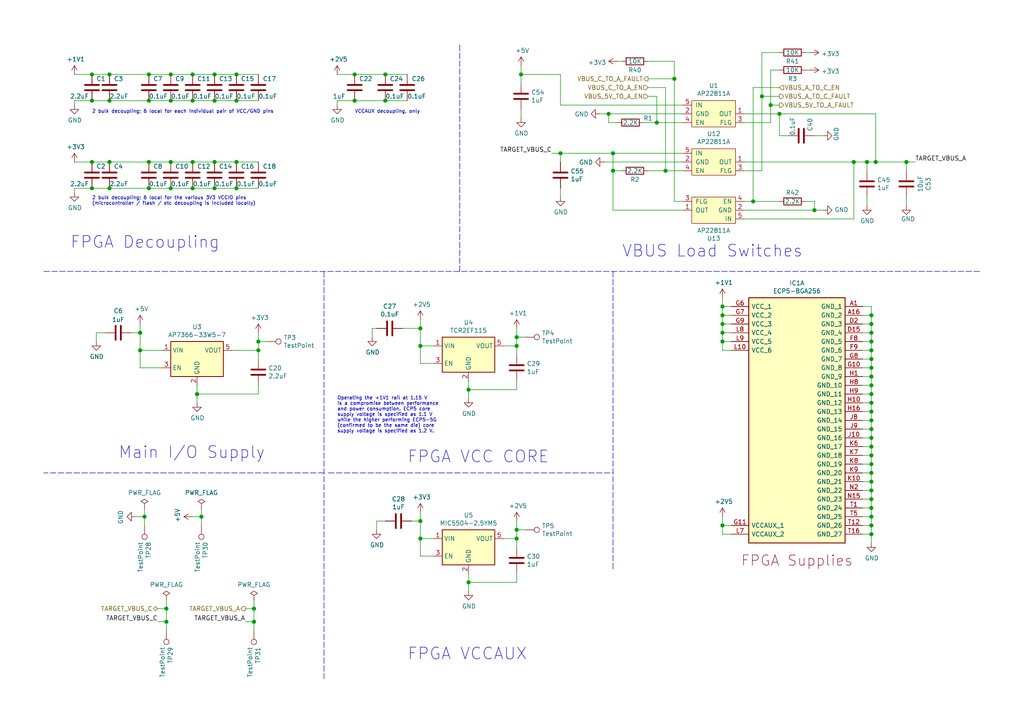
<source format=kicad_sch>
(kicad_sch (version 20210621) (generator eeschema)
  (paper "A4")
  (title_block (title "LUNA: Power Supplies") (date "2021-03-10") (rev "r0") (company "Copyright 2019-2021 Great Scott Gadgets") (comment 1 "Katherine J. Temkin") (comment 3 "Licensed under the CERN-OHL-P v2"))
  (junction (at 26.67 21.59) (diameter 1.016))
  (junction (at 26.67 29.21) (diameter 1.016))
  (junction (at 26.67 46.99) (diameter 1.016))
  (junction (at 26.67 54.61) (diameter 1.016))
  (junction (at 31.75 21.59) (diameter 1.016))
  (junction (at 31.75 29.21) (diameter 1.016))
  (junction (at 31.75 46.99) (diameter 1.016))
  (junction (at 31.75 54.61) (diameter 1.016))
  (junction (at 40.64 96.52) (diameter 1.016))
  (junction (at 40.64 101.6) (diameter 1.016))
  (junction (at 41.91 149.86) (diameter 1.016))
  (junction (at 43.18 21.59) (diameter 1.016))
  (junction (at 43.18 29.21) (diameter 1.016))
  (junction (at 43.18 46.99) (diameter 1.016))
  (junction (at 43.18 54.61) (diameter 1.016))
  (junction (at 48.26 176.53) (diameter 1.016))
  (junction (at 48.26 180.34) (diameter 1.016))
  (junction (at 49.53 21.59) (diameter 1.016))
  (junction (at 49.53 29.21) (diameter 1.016))
  (junction (at 49.53 46.99) (diameter 1.016))
  (junction (at 49.53 54.61) (diameter 1.016))
  (junction (at 55.88 21.59) (diameter 1.016))
  (junction (at 55.88 29.21) (diameter 1.016))
  (junction (at 55.88 46.99) (diameter 1.016))
  (junction (at 55.88 54.61) (diameter 1.016))
  (junction (at 57.15 114.3) (diameter 1.016))
  (junction (at 58.42 149.86) (diameter 1.016))
  (junction (at 62.23 21.59) (diameter 1.016))
  (junction (at 62.23 29.21) (diameter 1.016))
  (junction (at 62.23 46.99) (diameter 1.016))
  (junction (at 62.23 54.61) (diameter 1.016))
  (junction (at 68.58 21.59) (diameter 1.016))
  (junction (at 68.58 29.21) (diameter 1.016))
  (junction (at 68.58 46.99) (diameter 1.016))
  (junction (at 68.58 54.61) (diameter 1.016))
  (junction (at 73.66 176.53) (diameter 1.016))
  (junction (at 73.66 180.34) (diameter 1.016))
  (junction (at 74.93 99.06) (diameter 1.016))
  (junction (at 74.93 101.6) (diameter 1.016))
  (junction (at 102.87 21.59) (diameter 1.016))
  (junction (at 102.87 29.21) (diameter 1.016))
  (junction (at 111.76 21.59) (diameter 1.016))
  (junction (at 111.76 29.21) (diameter 1.016))
  (junction (at 121.92 95.25) (diameter 1.016))
  (junction (at 121.92 100.33) (diameter 1.016))
  (junction (at 121.92 151.13) (diameter 1.016))
  (junction (at 121.92 156.21) (diameter 1.016))
  (junction (at 135.89 113.03) (diameter 1.016))
  (junction (at 135.89 168.91) (diameter 1.016))
  (junction (at 149.86 97.79) (diameter 1.016))
  (junction (at 149.86 100.33) (diameter 1.016))
  (junction (at 149.86 153.67) (diameter 1.016))
  (junction (at 149.86 156.21) (diameter 1.016))
  (junction (at 151.13 21.59) (diameter 1.016))
  (junction (at 162.56 44.45) (diameter 1.016))
  (junction (at 176.53 33.02) (diameter 1.016))
  (junction (at 177.8 44.45) (diameter 1.016))
  (junction (at 177.8 49.53) (diameter 1.016))
  (junction (at 190.5 35.56) (diameter 1.016))
  (junction (at 193.04 49.53) (diameter 1.016))
  (junction (at 195.58 22.86) (diameter 1.016))
  (junction (at 209.55 88.9) (diameter 1.016))
  (junction (at 209.55 91.44) (diameter 1.016))
  (junction (at 209.55 93.98) (diameter 1.016))
  (junction (at 209.55 96.52) (diameter 1.016))
  (junction (at 209.55 99.06) (diameter 1.016))
  (junction (at 209.55 152.4) (diameter 1.016))
  (junction (at 218.44 58.42) (diameter 1.016))
  (junction (at 220.98 27.94) (diameter 1.016))
  (junction (at 223.52 30.48) (diameter 1.016))
  (junction (at 226.06 33.02) (diameter 1.016))
  (junction (at 236.22 60.96) (diameter 1.016))
  (junction (at 247.65 46.99) (diameter 1.016))
  (junction (at 251.46 46.99) (diameter 1.016))
  (junction (at 252.73 91.44) (diameter 1.016))
  (junction (at 252.73 93.98) (diameter 1.016))
  (junction (at 252.73 96.52) (diameter 1.016))
  (junction (at 252.73 99.06) (diameter 1.016))
  (junction (at 252.73 101.6) (diameter 1.016))
  (junction (at 252.73 104.14) (diameter 1.016))
  (junction (at 252.73 106.68) (diameter 1.016))
  (junction (at 252.73 109.22) (diameter 1.016))
  (junction (at 252.73 111.76) (diameter 1.016))
  (junction (at 252.73 114.3) (diameter 1.016))
  (junction (at 252.73 116.84) (diameter 1.016))
  (junction (at 252.73 119.38) (diameter 1.016))
  (junction (at 252.73 121.92) (diameter 1.016))
  (junction (at 252.73 124.46) (diameter 1.016))
  (junction (at 252.73 127) (diameter 1.016))
  (junction (at 252.73 129.54) (diameter 1.016))
  (junction (at 252.73 132.08) (diameter 1.016))
  (junction (at 252.73 134.62) (diameter 1.016))
  (junction (at 252.73 137.16) (diameter 1.016))
  (junction (at 252.73 139.7) (diameter 1.016))
  (junction (at 252.73 142.24) (diameter 1.016))
  (junction (at 252.73 144.78) (diameter 1.016))
  (junction (at 252.73 147.32) (diameter 1.016))
  (junction (at 252.73 149.86) (diameter 1.016))
  (junction (at 252.73 152.4) (diameter 1.016))
  (junction (at 252.73 154.94) (diameter 1.016))
  (junction (at 254 46.99) (diameter 1.016))
  (junction (at 262.89 46.99) (diameter 1.016))
  (wire (pts (xy 21.59 21.59) (xy 26.67 21.59)))
  (wire (pts (xy 21.59 29.21) (xy 21.59 30.48)))
  (wire (pts (xy 21.59 46.99) (xy 26.67 46.99)))
  (wire (pts (xy 21.59 54.61) (xy 21.59 55.88)))
  (wire (pts (xy 26.67 21.59) (xy 31.75 21.59)))
  (wire (pts (xy 26.67 29.21) (xy 21.59 29.21)))
  (wire (pts (xy 26.67 46.99) (xy 31.75 46.99)))
  (wire (pts (xy 26.67 54.61) (xy 21.59 54.61)))
  (wire (pts (xy 27.94 96.52) (xy 27.94 99.06)))
  (wire (pts (xy 27.94 96.52) (xy 30.48 96.52)))
  (wire (pts (xy 31.75 21.59) (xy 43.18 21.59)))
  (wire (pts (xy 31.75 29.21) (xy 26.67 29.21)))
  (wire (pts (xy 31.75 29.21) (xy 43.18 29.21)))
  (wire (pts (xy 31.75 46.99) (xy 43.18 46.99)))
  (wire (pts (xy 31.75 54.61) (xy 26.67 54.61)))
  (wire (pts (xy 31.75 54.61) (xy 43.18 54.61)))
  (wire (pts (xy 38.1 96.52) (xy 40.64 96.52)))
  (wire (pts (xy 39.37 149.86) (xy 41.91 149.86)))
  (wire (pts (xy 40.64 93.98) (xy 40.64 96.52)))
  (wire (pts (xy 40.64 96.52) (xy 40.64 101.6)))
  (wire (pts (xy 40.64 101.6) (xy 46.99 101.6)))
  (wire (pts (xy 40.64 106.68) (xy 40.64 101.6)))
  (wire (pts (xy 41.91 149.86) (xy 41.91 147.32)))
  (wire (pts (xy 41.91 152.4) (xy 41.91 149.86)))
  (wire (pts (xy 43.18 21.59) (xy 49.53 21.59)))
  (wire (pts (xy 43.18 46.99) (xy 49.53 46.99)))
  (wire (pts (xy 45.72 176.53) (xy 48.26 176.53)))
  (wire (pts (xy 45.72 180.34) (xy 48.26 180.34)))
  (wire (pts (xy 46.99 106.68) (xy 40.64 106.68)))
  (wire (pts (xy 48.26 176.53) (xy 48.26 173.99)))
  (wire (pts (xy 48.26 176.53) (xy 48.26 180.34)))
  (wire (pts (xy 48.26 180.34) (xy 48.26 182.88)))
  (wire (pts (xy 49.53 21.59) (xy 55.88 21.59)))
  (wire (pts (xy 49.53 29.21) (xy 43.18 29.21)))
  (wire (pts (xy 49.53 46.99) (xy 55.88 46.99)))
  (wire (pts (xy 49.53 54.61) (xy 43.18 54.61)))
  (wire (pts (xy 55.88 21.59) (xy 62.23 21.59)))
  (wire (pts (xy 55.88 29.21) (xy 49.53 29.21)))
  (wire (pts (xy 55.88 46.99) (xy 62.23 46.99)))
  (wire (pts (xy 55.88 54.61) (xy 49.53 54.61)))
  (wire (pts (xy 55.88 149.86) (xy 58.42 149.86)))
  (wire (pts (xy 57.15 111.76) (xy 57.15 114.3)))
  (wire (pts (xy 57.15 114.3) (xy 57.15 116.84)))
  (wire (pts (xy 58.42 149.86) (xy 58.42 147.32)))
  (wire (pts (xy 58.42 152.4) (xy 58.42 149.86)))
  (wire (pts (xy 62.23 21.59) (xy 68.58 21.59)))
  (wire (pts (xy 62.23 29.21) (xy 55.88 29.21)))
  (wire (pts (xy 62.23 46.99) (xy 68.58 46.99)))
  (wire (pts (xy 62.23 54.61) (xy 55.88 54.61)))
  (wire (pts (xy 67.31 101.6) (xy 74.93 101.6)))
  (wire (pts (xy 68.58 21.59) (xy 74.93 21.59)))
  (wire (pts (xy 68.58 29.21) (xy 62.23 29.21)))
  (wire (pts (xy 68.58 46.99) (xy 74.93 46.99)))
  (wire (pts (xy 68.58 54.61) (xy 62.23 54.61)))
  (wire (pts (xy 71.12 176.53) (xy 73.66 176.53)))
  (wire (pts (xy 71.12 180.34) (xy 73.66 180.34)))
  (wire (pts (xy 73.66 176.53) (xy 73.66 173.99)))
  (wire (pts (xy 73.66 176.53) (xy 73.66 180.34)))
  (wire (pts (xy 73.66 180.34) (xy 73.66 182.88)))
  (wire (pts (xy 74.93 29.21) (xy 68.58 29.21)))
  (wire (pts (xy 74.93 54.61) (xy 68.58 54.61)))
  (wire (pts (xy 74.93 96.52) (xy 74.93 99.06)))
  (wire (pts (xy 74.93 99.06) (xy 74.93 101.6)))
  (wire (pts (xy 74.93 101.6) (xy 74.93 104.14)))
  (wire (pts (xy 74.93 111.76) (xy 74.93 114.3)))
  (wire (pts (xy 74.93 114.3) (xy 57.15 114.3)))
  (wire (pts (xy 77.47 99.06) (xy 74.93 99.06)))
  (wire (pts (xy 97.79 21.59) (xy 102.87 21.59)))
  (wire (pts (xy 97.79 29.21) (xy 97.79 30.48)))
  (wire (pts (xy 102.87 21.59) (xy 111.76 21.59)))
  (wire (pts (xy 102.87 29.21) (xy 97.79 29.21)))
  (wire (pts (xy 102.87 29.21) (xy 111.76 29.21)))
  (wire (pts (xy 107.95 95.25) (xy 109.22 95.25)))
  (wire (pts (xy 107.95 97.79) (xy 107.95 95.25)))
  (wire (pts (xy 109.22 151.13) (xy 111.76 151.13)))
  (wire (pts (xy 109.22 153.67) (xy 109.22 151.13)))
  (wire (pts (xy 111.76 21.59) (xy 118.11 21.59)))
  (wire (pts (xy 116.84 95.25) (xy 121.92 95.25)))
  (wire (pts (xy 118.11 29.21) (xy 111.76 29.21)))
  (wire (pts (xy 119.38 151.13) (xy 121.92 151.13)))
  (wire (pts (xy 121.92 92.71) (xy 121.92 95.25)))
  (wire (pts (xy 121.92 95.25) (xy 121.92 100.33)))
  (wire (pts (xy 121.92 100.33) (xy 121.92 105.41)))
  (wire (pts (xy 121.92 105.41) (xy 125.73 105.41)))
  (wire (pts (xy 121.92 148.59) (xy 121.92 151.13)))
  (wire (pts (xy 121.92 151.13) (xy 121.92 156.21)))
  (wire (pts (xy 121.92 156.21) (xy 121.92 161.29)))
  (wire (pts (xy 121.92 161.29) (xy 125.73 161.29)))
  (wire (pts (xy 125.73 100.33) (xy 121.92 100.33)))
  (wire (pts (xy 125.73 156.21) (xy 121.92 156.21)))
  (wire (pts (xy 135.89 110.49) (xy 135.89 113.03)))
  (wire (pts (xy 135.89 113.03) (xy 135.89 115.57)))
  (wire (pts (xy 135.89 166.37) (xy 135.89 168.91)))
  (wire (pts (xy 135.89 168.91) (xy 135.89 171.45)))
  (wire (pts (xy 146.05 100.33) (xy 149.86 100.33)))
  (wire (pts (xy 146.05 156.21) (xy 149.86 156.21)))
  (wire (pts (xy 149.86 95.25) (xy 149.86 97.79)))
  (wire (pts (xy 149.86 97.79) (xy 149.86 100.33)))
  (wire (pts (xy 149.86 97.79) (xy 152.4 97.79)))
  (wire (pts (xy 149.86 100.33) (xy 149.86 102.87)))
  (wire (pts (xy 149.86 110.49) (xy 149.86 113.03)))
  (wire (pts (xy 149.86 113.03) (xy 135.89 113.03)))
  (wire (pts (xy 149.86 151.13) (xy 149.86 153.67)))
  (wire (pts (xy 149.86 153.67) (xy 149.86 156.21)))
  (wire (pts (xy 149.86 158.75) (xy 149.86 156.21)))
  (wire (pts (xy 149.86 166.37) (xy 149.86 168.91)))
  (wire (pts (xy 149.86 168.91) (xy 135.89 168.91)))
  (wire (pts (xy 151.13 19.05) (xy 151.13 21.59)))
  (wire (pts (xy 151.13 21.59) (xy 151.13 24.13)))
  (wire (pts (xy 151.13 21.59) (xy 162.56 21.59)))
  (wire (pts (xy 151.13 34.29) (xy 151.13 31.75)))
  (wire (pts (xy 152.4 153.67) (xy 149.86 153.67)))
  (wire (pts (xy 160.02 44.45) (xy 162.56 44.45)))
  (wire (pts (xy 162.56 21.59) (xy 162.56 30.48)))
  (wire (pts (xy 162.56 30.48) (xy 198.12 30.48)))
  (wire (pts (xy 162.56 44.45) (xy 177.8 44.45)))
  (wire (pts (xy 162.56 46.99) (xy 162.56 44.45)))
  (wire (pts (xy 162.56 57.15) (xy 162.56 54.61)))
  (wire (pts (xy 173.99 33.02) (xy 176.53 33.02)))
  (wire (pts (xy 175.26 46.99) (xy 198.12 46.99)))
  (wire (pts (xy 176.53 33.02) (xy 198.12 33.02)))
  (wire (pts (xy 176.53 35.56) (xy 176.53 33.02)))
  (wire (pts (xy 177.8 44.45) (xy 177.8 49.53)))
  (wire (pts (xy 177.8 44.45) (xy 198.12 44.45)))
  (wire (pts (xy 177.8 49.53) (xy 177.8 60.96)))
  (wire (pts (xy 177.8 60.96) (xy 198.12 60.96)))
  (wire (pts (xy 179.07 17.78) (xy 180.34 17.78)))
  (wire (pts (xy 179.07 35.56) (xy 176.53 35.56)))
  (wire (pts (xy 180.34 49.53) (xy 177.8 49.53)))
  (wire (pts (xy 186.69 35.56) (xy 190.5 35.56)))
  (wire (pts (xy 187.96 25.4) (xy 193.04 25.4)))
  (wire (pts (xy 187.96 27.94) (xy 190.5 27.94)))
  (wire (pts (xy 190.5 35.56) (xy 190.5 27.94)))
  (wire (pts (xy 190.5 35.56) (xy 198.12 35.56)))
  (wire (pts (xy 193.04 49.53) (xy 187.96 49.53)))
  (wire (pts (xy 193.04 49.53) (xy 193.04 25.4)))
  (wire (pts (xy 195.58 17.78) (xy 187.96 17.78)))
  (wire (pts (xy 195.58 17.78) (xy 195.58 22.86)))
  (wire (pts (xy 195.58 22.86) (xy 187.96 22.86)))
  (wire (pts (xy 195.58 58.42) (xy 195.58 22.86)))
  (wire (pts (xy 198.12 49.53) (xy 193.04 49.53)))
  (wire (pts (xy 198.12 58.42) (xy 195.58 58.42)))
  (wire (pts (xy 209.55 86.36) (xy 209.55 88.9)))
  (wire (pts (xy 209.55 88.9) (xy 209.55 91.44)))
  (wire (pts (xy 209.55 91.44) (xy 209.55 93.98)))
  (wire (pts (xy 209.55 93.98) (xy 209.55 96.52)))
  (wire (pts (xy 209.55 96.52) (xy 209.55 99.06)))
  (wire (pts (xy 209.55 99.06) (xy 209.55 101.6)))
  (wire (pts (xy 209.55 101.6) (xy 212.09 101.6)))
  (wire (pts (xy 209.55 149.86) (xy 209.55 152.4)))
  (wire (pts (xy 209.55 154.94) (xy 209.55 152.4)))
  (wire (pts (xy 212.09 88.9) (xy 209.55 88.9)))
  (wire (pts (xy 212.09 91.44) (xy 209.55 91.44)))
  (wire (pts (xy 212.09 93.98) (xy 209.55 93.98)))
  (wire (pts (xy 212.09 96.52) (xy 209.55 96.52)))
  (wire (pts (xy 212.09 99.06) (xy 209.55 99.06)))
  (wire (pts (xy 212.09 152.4) (xy 209.55 152.4)))
  (wire (pts (xy 212.09 154.94) (xy 209.55 154.94)))
  (wire (pts (xy 215.9 33.02) (xy 226.06 33.02)))
  (wire (pts (xy 215.9 35.56) (xy 223.52 35.56)))
  (wire (pts (xy 215.9 46.99) (xy 247.65 46.99)))
  (wire (pts (xy 215.9 49.53) (xy 220.98 49.53)))
  (wire (pts (xy 215.9 58.42) (xy 218.44 58.42)))
  (wire (pts (xy 218.44 25.4) (xy 226.06 25.4)))
  (wire (pts (xy 218.44 58.42) (xy 218.44 25.4)))
  (wire (pts (xy 218.44 58.42) (xy 226.06 58.42)))
  (wire (pts (xy 220.98 15.24) (xy 226.06 15.24)))
  (wire (pts (xy 220.98 27.94) (xy 220.98 15.24)))
  (wire (pts (xy 220.98 27.94) (xy 226.06 27.94)))
  (wire (pts (xy 220.98 49.53) (xy 220.98 27.94)))
  (wire (pts (xy 223.52 20.32) (xy 226.06 20.32)))
  (wire (pts (xy 223.52 30.48) (xy 223.52 20.32)))
  (wire (pts (xy 223.52 30.48) (xy 226.06 30.48)))
  (wire (pts (xy 223.52 35.56) (xy 223.52 30.48)))
  (wire (pts (xy 226.06 33.02) (xy 254 33.02)))
  (wire (pts (xy 226.06 39.37) (xy 226.06 33.02)))
  (wire (pts (xy 226.06 39.37) (xy 228.6 39.37)))
  (wire (pts (xy 233.68 58.42) (xy 236.22 58.42)))
  (wire (pts (xy 234.95 15.24) (xy 233.68 15.24)))
  (wire (pts (xy 234.95 20.32) (xy 233.68 20.32)))
  (wire (pts (xy 236.22 39.37) (xy 238.76 39.37)))
  (wire (pts (xy 236.22 58.42) (xy 236.22 60.96)))
  (wire (pts (xy 236.22 60.96) (xy 215.9 60.96)))
  (wire (pts (xy 238.76 60.96) (xy 236.22 60.96)))
  (wire (pts (xy 247.65 46.99) (xy 247.65 63.5)))
  (wire (pts (xy 247.65 46.99) (xy 251.46 46.99)))
  (wire (pts (xy 247.65 63.5) (xy 215.9 63.5)))
  (wire (pts (xy 250.19 88.9) (xy 252.73 88.9)))
  (wire (pts (xy 250.19 91.44) (xy 252.73 91.44)))
  (wire (pts (xy 250.19 93.98) (xy 252.73 93.98)))
  (wire (pts (xy 250.19 96.52) (xy 252.73 96.52)))
  (wire (pts (xy 250.19 99.06) (xy 252.73 99.06)))
  (wire (pts (xy 250.19 101.6) (xy 252.73 101.6)))
  (wire (pts (xy 250.19 104.14) (xy 252.73 104.14)))
  (wire (pts (xy 250.19 106.68) (xy 252.73 106.68)))
  (wire (pts (xy 250.19 109.22) (xy 252.73 109.22)))
  (wire (pts (xy 250.19 111.76) (xy 252.73 111.76)))
  (wire (pts (xy 250.19 114.3) (xy 252.73 114.3)))
  (wire (pts (xy 250.19 116.84) (xy 252.73 116.84)))
  (wire (pts (xy 250.19 119.38) (xy 252.73 119.38)))
  (wire (pts (xy 250.19 121.92) (xy 252.73 121.92)))
  (wire (pts (xy 250.19 124.46) (xy 252.73 124.46)))
  (wire (pts (xy 250.19 127) (xy 252.73 127)))
  (wire (pts (xy 250.19 129.54) (xy 252.73 129.54)))
  (wire (pts (xy 250.19 132.08) (xy 252.73 132.08)))
  (wire (pts (xy 250.19 134.62) (xy 252.73 134.62)))
  (wire (pts (xy 250.19 137.16) (xy 252.73 137.16)))
  (wire (pts (xy 250.19 139.7) (xy 252.73 139.7)))
  (wire (pts (xy 250.19 142.24) (xy 252.73 142.24)))
  (wire (pts (xy 250.19 144.78) (xy 252.73 144.78)))
  (wire (pts (xy 250.19 147.32) (xy 252.73 147.32)))
  (wire (pts (xy 250.19 149.86) (xy 252.73 149.86)))
  (wire (pts (xy 250.19 152.4) (xy 252.73 152.4)))
  (wire (pts (xy 250.19 154.94) (xy 252.73 154.94)))
  (wire (pts (xy 251.46 46.99) (xy 254 46.99)))
  (wire (pts (xy 251.46 49.53) (xy 251.46 46.99)))
  (wire (pts (xy 251.46 59.69) (xy 251.46 57.15)))
  (wire (pts (xy 252.73 88.9) (xy 252.73 91.44)))
  (wire (pts (xy 252.73 91.44) (xy 252.73 93.98)))
  (wire (pts (xy 252.73 93.98) (xy 252.73 96.52)))
  (wire (pts (xy 252.73 96.52) (xy 252.73 99.06)))
  (wire (pts (xy 252.73 99.06) (xy 252.73 101.6)))
  (wire (pts (xy 252.73 101.6) (xy 252.73 104.14)))
  (wire (pts (xy 252.73 104.14) (xy 252.73 106.68)))
  (wire (pts (xy 252.73 106.68) (xy 252.73 109.22)))
  (wire (pts (xy 252.73 109.22) (xy 252.73 111.76)))
  (wire (pts (xy 252.73 111.76) (xy 252.73 114.3)))
  (wire (pts (xy 252.73 114.3) (xy 252.73 116.84)))
  (wire (pts (xy 252.73 116.84) (xy 252.73 119.38)))
  (wire (pts (xy 252.73 119.38) (xy 252.73 121.92)))
  (wire (pts (xy 252.73 121.92) (xy 252.73 124.46)))
  (wire (pts (xy 252.73 124.46) (xy 252.73 127)))
  (wire (pts (xy 252.73 127) (xy 252.73 129.54)))
  (wire (pts (xy 252.73 129.54) (xy 252.73 132.08)))
  (wire (pts (xy 252.73 132.08) (xy 252.73 134.62)))
  (wire (pts (xy 252.73 134.62) (xy 252.73 137.16)))
  (wire (pts (xy 252.73 137.16) (xy 252.73 139.7)))
  (wire (pts (xy 252.73 139.7) (xy 252.73 142.24)))
  (wire (pts (xy 252.73 142.24) (xy 252.73 144.78)))
  (wire (pts (xy 252.73 144.78) (xy 252.73 147.32)))
  (wire (pts (xy 252.73 147.32) (xy 252.73 149.86)))
  (wire (pts (xy 252.73 149.86) (xy 252.73 152.4)))
  (wire (pts (xy 252.73 152.4) (xy 252.73 154.94)))
  (wire (pts (xy 252.73 154.94) (xy 252.73 157.48)))
  (wire (pts (xy 254 33.02) (xy 254 46.99)))
  (wire (pts (xy 254 46.99) (xy 262.89 46.99)))
  (wire (pts (xy 262.89 46.99) (xy 262.89 49.53)))
  (wire (pts (xy 262.89 57.15) (xy 262.89 59.69)))
  (wire (pts (xy 265.43 46.99) (xy 262.89 46.99)))
  (polyline (pts (xy 12.7 78.74) (xy 284.48 78.74)) (stroke (width 0) (type dash)))
  (polyline (pts (xy 93.98 78.74) (xy 93.98 196.85)) (stroke (width 0) (type dash)))
  (polyline (pts (xy 93.98 137.16) (xy 12.7 137.16)) (stroke (width 0) (type dash)))
  (polyline (pts (xy 95.25 137.16) (xy 177.8 137.16)) (stroke (width 0) (type dash)))
  (polyline (pts (xy 133.35 78.74) (xy 133.35 12.7)) (stroke (width 0) (type dash)))
  (polyline (pts (xy 177.8 78.74) (xy 177.8 165.1)) (stroke (width 0) (type dash)))
  (text "FPGA Decoupling" (at 20.32 72.39 0) (effects (font (size 3.4036 3.4036)) (justify left bottom)))
  (text "2 bulk decoupling; 6 local for each individual pair of VCC/GND pins" (at 26.67 33.02 0) (effects (font (size 0.9906 0.9906)) (justify left bottom)))
  (text "2 bulk decoupling; 6 local for the various 3V3 VCCIO pins\n(microcontroller / flash / etc decoupling is included locally)" (at 26.67 59.69 0) (effects (font (size 0.9906 0.9906)) (justify left bottom)))
  (text "Main I/O Supply" (at 34.29 133.35 0) (effects (font (size 3.4036 3.4036)) (justify left bottom)))
  (text "Operating the +1V1 rail at 1.15 V\nis a compromise between performance\nand power consumption. ECP5 core\nsupply voltage is specified as 1.1 V\nwhile the higher performing ECP5-5G\n(confirmed to be the same die) core\nsupply voltage is specified as 1.2 V.\n" (at 97.79 125.73 0) (effects (font (size 0.9906 0.9906)) (justify left bottom)))
  (text "VCCAUX decoupling, only" (at 102.87 33.02 0) (effects (font (size 0.9906 0.9906)) (justify left bottom)))
  (text "FPGA VCC CORE" (at 118.11 134.62 0) (effects (font (size 3.4036 3.4036)) (justify left bottom)))
  (text "FPGA VCCAUX" (at 118.11 191.77 0) (effects (font (size 3.4036 3.4036)) (justify left bottom)))
  (text "VBUS Load Switches" (at 180.34 74.93 0) (effects (font (size 3.4036 3.4036)) (justify left bottom)))
  (label "TARGET_VBUS_C" (at 45.72 180.34 180))
  (label "TARGET_VBUS_A" (at 71.12 180.34 180))
  (label "TARGET_VBUS_C" (at 160.02 44.45 180))
  (label "TARGET_VBUS_A" (at 265.43 46.99 0))
  (hierarchical_label "TARGET_VBUS_C" (shape bidirectional) (at 45.72 176.53 180))
  (hierarchical_label "TARGET_VBUS_A" (shape output) (at 71.12 176.53 180))
  (hierarchical_label "VBUS_C_TO_A_FAULT" (shape output) (at 187.96 22.86 180))
  (hierarchical_label "VBUS_C_TO_A_EN" (shape input) (at 187.96 25.4 180))
  (hierarchical_label "VBUS_5V_TO_A_EN" (shape input) (at 187.96 27.94 180))
  (hierarchical_label "VBUS_A_TO_C_EN" (shape input) (at 226.06 25.4 0))
  (hierarchical_label "VBUS_A_TO_C_FAULT" (shape output) (at 226.06 27.94 0))
  (hierarchical_label "VBUS_5V_TO_A_FAULT" (shape output) (at 226.06 30.48 0))
  (symbol (lib_id "power:+1V1") (at 21.59 21.59 0) (unit 1)
    (property "Reference" "#PWR012" (effects hide))
    (property "Value" "+1V1" (at 21.971 17.1958 0))
  )
  (symbol (lib_id "power:+3V3") (at 21.59 46.99 0) (unit 1)
    (property "Reference" "#PWR014" (effects hide))
    (property "Value" "+3V3" (at 21.971 42.5958 0))
  )
  (symbol (lib_id "power:+5V") (at 40.64 93.98 0) (unit 1)
    (property "Reference" "#PWR019" (effects hide))
    (property "Value" "+5V" (at 41.021 89.5858 0))
  )
  (symbol (lib_id "power:+5V") (at 55.88 149.86 90) (unit 1)
    (property "Reference" "#PWR0107" (effects hide))
    (property "Value" "+5V" (at 51.4858 149.479 0))
  )
  (symbol (lib_id "power:+3V3") (at 74.93 96.52 0) (unit 1)
    (property "Reference" "#PWR023" (effects hide))
    (property "Value" "+3V3" (at 75.311 92.1258 0))
  )
  (symbol (lib_id "power:+2V5") (at 97.79 21.59 0) (unit 1)
    (property "Reference" "#PWR026" (effects hide))
    (property "Value" "+2V5" (at 98.171 17.1958 0))
  )
  (symbol (lib_id "power:+2V5") (at 121.92 92.71 0) (unit 1)
    (property "Reference" "#PWR030" (effects hide))
    (property "Value" "+2V5" (at 122.301 88.3158 0))
  )
  (symbol (lib_id "power:+3V3") (at 121.92 148.59 0) (unit 1)
    (property "Reference" "#PWR031" (effects hide))
    (property "Value" "+3V3" (at 122.301 144.1958 0))
  )
  (symbol (lib_id "power:+1V1") (at 149.86 95.25 0) (unit 1)
    (property "Reference" "#PWR034" (effects hide))
    (property "Value" "+1V1" (at 150.241 90.8558 0))
  )
  (symbol (lib_id "power:+2V5") (at 149.86 151.13 0) (unit 1)
    (property "Reference" "#PWR035" (effects hide))
    (property "Value" "+2V5" (at 150.241 146.7358 0))
  )
  (symbol (lib_id "power:+5V") (at 151.13 19.05 0)
    (property "Reference" "#PWR03" (effects hide))
    (property "Value" "+5V" (at 151.4856 14.6558 0))
  )
  (symbol (lib_id "power:+3V3") (at 179.07 17.78 90) (mirror x)
    (property "Reference" "#PWR082" (effects hide))
    (property "Value" "+3V3" (at 175.8188 18.1356 90) (effects (justify left)))
  )
  (symbol (lib_id "power:+1V1") (at 209.55 86.36 0) (unit 1)
    (property "Reference" "#PWR036" (effects hide))
    (property "Value" "+1V1" (at 209.931 81.9658 0))
  )
  (symbol (lib_id "power:+2V5") (at 209.55 149.86 0) (unit 1)
    (property "Reference" "#PWR037" (effects hide))
    (property "Value" "+2V5" (at 209.931 145.4658 0))
  )
  (symbol (lib_id "power:+3V3") (at 234.95 15.24 270)
    (property "Reference" "#PWR099" (effects hide))
    (property "Value" "+3V3" (at 238.2012 15.5956 90) (effects (justify left)))
  )
  (symbol (lib_id "power:+3V3") (at 234.95 20.32 270)
    (property "Reference" "#PWR0100" (effects hide))
    (property "Value" "+3V3" (at 238.2012 20.6756 90) (effects (justify left)))
  )
  (symbol (lib_id "power:PWR_FLAG") (at 41.91 147.32 0) (unit 1)
    (property "Reference" "#FLG0101" (effects hide))
    (property "Value" "PWR_FLAG" (at 41.91 142.9258 0))
  )
  (symbol (lib_id "power:PWR_FLAG") (at 48.26 173.99 0) (unit 1)
    (property "Reference" "#FLG0104" (effects hide))
    (property "Value" "PWR_FLAG" (at 48.26 169.5958 0))
  )
  (symbol (lib_id "power:PWR_FLAG") (at 58.42 147.32 0) (unit 1)
    (property "Reference" "#FLG0102" (effects hide))
    (property "Value" "PWR_FLAG" (at 58.42 142.9258 0))
  )
  (symbol (lib_id "power:PWR_FLAG") (at 73.66 173.99 0) (unit 1)
    (property "Reference" "#FLG0103" (effects hide))
    (property "Value" "PWR_FLAG" (at 73.66 169.5958 0))
  )
  (symbol (lib_id "Connector:TestPoint") (at 41.91 152.4 180) (unit 1)
    (property "Reference" "TP28" (at 43.053 157.1498 90) (effects (justify left)))
    (property "Value" "TestPoint" (at 40.767 157.1498 90) (effects (justify left)))
    (property "Footprint" "TestPoint:TestPoint_Pad_D1.0mm" (effects hide))
    (property "Note" "DNP" (effects hide))
  )
  (symbol (lib_id "Connector:TestPoint") (at 48.26 182.88 180) (unit 1)
    (property "Reference" "TP29" (at 49.403 187.6298 90) (effects (justify left)))
    (property "Value" "TestPoint" (at 47.117 187.6298 90) (effects (justify left)))
    (property "Footprint" "TestPoint:TestPoint_Pad_D1.0mm" (effects hide))
    (property "Note" "DNP" (effects hide))
  )
  (symbol (lib_id "Connector:TestPoint") (at 58.42 152.4 180) (unit 1)
    (property "Reference" "TP30" (at 59.563 157.1498 90) (effects (justify left)))
    (property "Value" "TestPoint" (at 57.277 157.1498 90) (effects (justify left)))
    (property "Footprint" "TestPoint:TestPoint_Pad_D1.0mm" (effects hide))
    (property "Note" "DNP" (effects hide))
  )
  (symbol (lib_id "Connector:TestPoint") (at 73.66 182.88 180) (unit 1)
    (property "Reference" "TP31" (at 74.803 187.6298 90) (effects (justify left)))
    (property "Value" "TestPoint" (at 72.517 187.6298 90) (effects (justify left)))
    (property "Footprint" "TestPoint:TestPoint_Pad_D1.0mm" (effects hide))
    (property "Note" "DNP" (effects hide))
  )
  (symbol (lib_id "Connector:TestPoint") (at 77.47 99.06 270) (unit 1)
    (property "Reference" "TP3" (at 82.2198 97.917 90) (effects (justify left)))
    (property "Value" "TestPoint" (at 82.2198 100.203 90) (effects (justify left)))
    (property "Footprint" "TestPoint:TestPoint_Pad_D1.0mm" (effects hide))
    (property "Note" "DNP" (effects hide))
  )
  (symbol (lib_id "Connector:TestPoint") (at 152.4 97.79 270) (unit 1)
    (property "Reference" "TP4" (at 157.1498 96.647 90) (effects (justify left)))
    (property "Value" "TestPoint" (at 157.1498 98.933 90) (effects (justify left)))
    (property "Footprint" "TestPoint:TestPoint_Pad_D1.0mm" (effects hide))
    (property "Note" "DNP" (effects hide))
  )
  (symbol (lib_id "Connector:TestPoint") (at 152.4 153.67 270) (unit 1)
    (property "Reference" "TP5" (at 157.1498 152.527 90) (effects (justify left)))
    (property "Value" "TestPoint" (at 157.1498 154.813 90) (effects (justify left)))
    (property "Footprint" "TestPoint:TestPoint_Pad_D1.0mm" (effects hide))
    (property "Note" "DNP" (effects hide))
  )
  (symbol (lib_id "power:GND") (at 21.59 30.48 0) (unit 1)
    (property "Reference" "#PWR013" (effects hide))
    (property "Value" "GND" (at 21.717 34.8742 0))
  )
  (symbol (lib_id "power:GND") (at 21.59 55.88 0) (unit 1)
    (property "Reference" "#PWR015" (effects hide))
    (property "Value" "GND" (at 21.717 60.2742 0))
  )
  (symbol (lib_id "power:GND") (at 27.94 99.06 0) (unit 1)
    (property "Reference" "#PWR017" (effects hide))
    (property "Value" "GND" (at 28.067 103.4542 0))
  )
  (symbol (lib_id "power:GND") (at 39.37 149.86 270) (unit 1)
    (property "Reference" "#PWR0122" (effects hide))
    (property "Value" "GND" (at 34.9758 149.987 0))
  )
  (symbol (lib_id "power:GND") (at 57.15 116.84 0) (unit 1)
    (property "Reference" "#PWR021" (effects hide))
    (property "Value" "GND" (at 57.277 121.2342 0))
  )
  (symbol (lib_id "power:GND") (at 97.79 30.48 0) (unit 1)
    (property "Reference" "#PWR027" (effects hide))
    (property "Value" "GND" (at 97.917 34.8742 0))
  )
  (symbol (lib_id "power:GND") (at 107.95 97.79 0) (unit 1)
    (property "Reference" "#PWR028" (effects hide))
    (property "Value" "GND" (at 108.077 102.1842 0))
  )
  (symbol (lib_id "power:GND") (at 109.22 153.67 0) (unit 1)
    (property "Reference" "#PWR029" (effects hide))
    (property "Value" "GND" (at 109.347 158.0642 0))
  )
  (symbol (lib_id "power:GND") (at 135.89 115.57 0) (unit 1)
    (property "Reference" "#PWR032" (effects hide))
    (property "Value" "GND" (at 136.017 119.9642 0))
  )
  (symbol (lib_id "power:GND") (at 135.89 171.45 0) (unit 1)
    (property "Reference" "#PWR033" (effects hide))
    (property "Value" "GND" (at 136.017 175.8442 0))
  )
  (symbol (lib_id "power:GND") (at 151.13 34.29 0)
    (property "Reference" "#PWR04" (effects hide))
    (property "Value" "GND" (at 151.2316 38.6588 0))
  )
  (symbol (lib_id "power:GND") (at 162.56 57.15 0)
    (property "Reference" "#PWR07" (effects hide))
    (property "Value" "GND" (at 162.6616 61.5188 0))
  )
  (symbol (lib_id "power:GND") (at 173.99 33.02 270)
    (property "Reference" "#PWR042" (effects hide))
    (property "Value" "GND" (at 170.7388 33.1216 90) (effects (justify right)))
  )
  (symbol (lib_id "power:GND") (at 175.26 46.99 270)
    (property "Reference" "#PWR083" (effects hide))
    (property "Value" "GND" (at 172.0088 47.0916 90) (effects (justify right)))
  )
  (symbol (lib_id "power:GND") (at 238.76 39.37 90)
    (property "Reference" "#PWR0114" (effects hide))
    (property "Value" "GND" (at 242.57 36.83 0) (effects (justify right)))
  )
  (symbol (lib_id "power:GND") (at 238.76 60.96 90)
    (property "Reference" "#PWR0115" (effects hide))
    (property "Value" "GND" (at 242.0112 60.8584 90) (effects (justify right)))
  )
  (symbol (lib_id "power:GND") (at 251.46 59.69 0)
    (property "Reference" "#PWR0116" (effects hide))
    (property "Value" "GND" (at 251.5616 64.0588 0))
  )
  (symbol (lib_id "power:GND") (at 252.73 157.48 0) (unit 1)
    (property "Reference" "#PWR038" (effects hide))
    (property "Value" "GND" (at 252.857 161.8742 0))
  )
  (symbol (lib_id "power:GND") (at 262.89 59.69 0)
    (property "Reference" "#PWR0117" (effects hide))
    (property "Value" "GND" (at 265.43 63.5 0) (effects (justify right)))
  )
  (symbol (lib_id "Device:R") (at 182.88 35.56 90) (mirror x)
    (property "Reference" "R1" (at 187.96 34.29 90))
    (property "Value" "2.2K" (at 182.88 35.56 90))
    (property "Footprint" "Resistor_SMD:R_0402_1005Metric" (effects hide))
    (property "Part Number" "GENERIC-RES-0402-2.2K" (effects hide))
    (property "Substitution" "any equivalent" (effects hide))
  )
  (symbol (lib_id "Device:R") (at 184.15 17.78 90) (mirror x)
    (property "Reference" "R40" (at 184.15 20.32 90))
    (property "Value" "10K" (at 184.15 17.78 90))
    (property "Footprint" "Resistor_SMD:R_0402_1005Metric" (effects hide))
    (property "Part Number" "GENERIC-RES-0402-10K" (effects hide))
    (property "Substitution" "any equivalent" (effects hide))
  )
  (symbol (lib_id "Device:R") (at 184.15 49.53 270)
    (property "Reference" "R2" (at 184.15 52.07 90))
    (property "Value" "2.2K" (at 184.15 49.53 90))
    (property "Footprint" "Resistor_SMD:R_0402_1005Metric" (effects hide))
    (property "Part Number" "GENERIC-RES-0402-2.2K" (effects hide))
    (property "Substitution" "any equivalent" (effects hide))
  )
  (symbol (lib_id "Device:R") (at 229.87 15.24 270)
    (property "Reference" "R41" (at 229.87 17.78 90))
    (property "Value" "10K" (at 229.87 15.24 90))
    (property "Footprint" "Resistor_SMD:R_0402_1005Metric" (effects hide))
    (property "Part Number" "GENERIC-RES-0402-10K" (effects hide))
    (property "Substitution" "any equivalent" (effects hide))
  )
  (symbol (lib_id "Device:R") (at 229.87 20.32 270)
    (property "Reference" "R3" (at 229.87 22.86 90))
    (property "Value" "10K" (at 229.87 20.32 90))
    (property "Footprint" "Resistor_SMD:R_0402_1005Metric" (effects hide))
    (property "Part Number" "GENERIC-RES-0402-10K" (effects hide))
    (property "Substitution" "any equivalent" (effects hide))
  )
  (symbol (lib_id "Device:R") (at 229.87 58.42 270) (mirror x)
    (property "Reference" "R42" (at 229.87 55.88 90))
    (property "Value" "2.2K" (at 229.87 58.42 90))
    (property "Footprint" "Resistor_SMD:R_0402_1005Metric" (effects hide))
    (property "Part Number" "GENERIC-RES-0402-2.2K" (effects hide))
    (property "Substitution" "any equivalent" (effects hide))
  )
  (symbol (lib_id "Device:C") (at 26.67 25.4 0) (unit 1)
    (property "Reference" "C1" (at 27.94 22.86 0) (effects (justify left)))
    (property "Value" "2.2uF" (at 20.32 27.94 0) (effects (justify left)))
    (property "Footprint" "Capacitor_SMD:C_0603_1608Metric" (effects hide))
    (property "Description" "CAP CER 2.2UF 10V X5R 0603" (effects hide))
    (property "Manufacturer" "Samsung" (effects hide))
    (property "Part Number" "CL10A225KP8NNNC" (effects hide))
  )
  (symbol (lib_id "Device:C") (at 26.67 50.8 0) (unit 1)
    (property "Reference" "C2" (at 27.94 48.26 0) (effects (justify left)))
    (property "Value" "2.2uF" (at 20.32 53.34 0) (effects (justify left)))
    (property "Footprint" "Capacitor_SMD:C_0603_1608Metric" (effects hide))
    (property "Description" "CAP CER 2.2UF 10V X5R 0603" (effects hide))
    (property "Manufacturer" "Samsung" (effects hide))
    (property "Part Number" "CL10A225KP8NNNC" (effects hide))
  )
  (symbol (lib_id "Device:C") (at 31.75 25.4 0) (unit 1)
    (property "Reference" "C3" (at 33.02 22.86 0) (effects (justify left)))
    (property "Value" "2.2uF" (at 31.75 27.94 0) (effects (justify left)))
    (property "Footprint" "Capacitor_SMD:C_0603_1608Metric" (effects hide))
    (property "Description" "CAP CER 2.2UF 10V X5R 0603" (effects hide))
    (property "Manufacturer" "Samsung" (effects hide))
    (property "Part Number" "CL10A225KP8NNNC" (effects hide))
  )
  (symbol (lib_id "Device:C") (at 31.75 50.8 0) (unit 1)
    (property "Reference" "C4" (at 33.02 48.26 0) (effects (justify left)))
    (property "Value" "2.2uF" (at 31.75 53.34 0) (effects (justify left)))
    (property "Footprint" "Capacitor_SMD:C_0603_1608Metric" (effects hide))
    (property "Description" "CAP CER 2.2UF 10V X5R 0603" (effects hide))
    (property "Manufacturer" "Samsung" (effects hide))
    (property "Part Number" "CL10A225KP8NNNC" (effects hide))
  )
  (symbol (lib_id "Device:C") (at 34.29 96.52 270) (mirror x)
    (property "Reference" "C6" (at 34.29 90.17 90))
    (property "Value" "1uF" (at 34.29 92.71 90))
    (property "Footprint" "Capacitor_SMD:C_0603_1608Metric" (effects hide))
    (property "Part Number" "GENERIC-CAP-0603-1uF" (effects hide))
    (property "Substitution" "any equivalent" (effects hide))
  )
  (symbol (lib_id "Device:C") (at 43.18 25.4 0) (unit 1)
    (property "Reference" "C7" (at 44.45 22.86 0) (effects (justify left)))
    (property "Value" "0.1uF" (at 43.18 27.94 0) (effects (justify left)))
    (property "Footprint" "Capacitor_SMD:C_0402_1005Metric" (effects hide))
    (property "Part Number" "GENERIC-CAP-0402-0.1uF" (effects hide))
    (property "Substitution" "any equivalent" (effects hide))
  )
  (symbol (lib_id "Device:C") (at 43.18 50.8 0) (unit 1)
    (property "Reference" "C8" (at 44.45 48.26 0) (effects (justify left)))
    (property "Value" "0.1uF" (at 43.18 53.34 0) (effects (justify left)))
    (property "Footprint" "Capacitor_SMD:C_0402_1005Metric" (effects hide))
    (property "Part Number" "GENERIC-CAP-0402-0.1uF" (effects hide))
    (property "Substitution" "any equivalent" (effects hide))
  )
  (symbol (lib_id "Device:C") (at 49.53 25.4 0) (unit 1)
    (property "Reference" "C9" (at 50.8 22.86 0) (effects (justify left)))
    (property "Value" "0.1uF" (at 49.53 27.94 0) (effects (justify left)))
    (property "Footprint" "Capacitor_SMD:C_0402_1005Metric" (effects hide))
    (property "Part Number" "GENERIC-CAP-0402-0.1uF" (effects hide))
    (property "Substitution" "any equivalent" (effects hide))
  )
  (symbol (lib_id "Device:C") (at 49.53 50.8 0) (unit 1)
    (property "Reference" "C10" (at 50.8 48.26 0) (effects (justify left)))
    (property "Value" "0.1uF" (at 49.53 53.34 0) (effects (justify left)))
    (property "Footprint" "Capacitor_SMD:C_0402_1005Metric" (effects hide))
    (property "Part Number" "GENERIC-CAP-0402-0.1uF" (effects hide))
    (property "Substitution" "any equivalent" (effects hide))
  )
  (symbol (lib_id "Device:C") (at 55.88 25.4 0) (unit 1)
    (property "Reference" "C11" (at 57.15 22.86 0) (effects (justify left)))
    (property "Value" "0.1uF" (at 55.88 27.94 0) (effects (justify left)))
    (property "Footprint" "Capacitor_SMD:C_0402_1005Metric" (effects hide))
    (property "Part Number" "GENERIC-CAP-0402-0.1uF" (effects hide))
    (property "Substitution" "any equivalent" (effects hide))
  )
  (symbol (lib_id "Device:C") (at 55.88 50.8 0) (unit 1)
    (property "Reference" "C12" (at 57.15 48.26 0) (effects (justify left)))
    (property "Value" "0.1uF" (at 55.88 53.34 0) (effects (justify left)))
    (property "Footprint" "Capacitor_SMD:C_0402_1005Metric" (effects hide))
    (property "Part Number" "GENERIC-CAP-0402-0.1uF" (effects hide))
    (property "Substitution" "any equivalent" (effects hide))
  )
  (symbol (lib_id "Device:C") (at 62.23 25.4 0) (unit 1)
    (property "Reference" "C13" (at 63.5 22.86 0) (effects (justify left)))
    (property "Value" "0.1uF" (at 62.23 27.94 0) (effects (justify left)))
    (property "Footprint" "Capacitor_SMD:C_0402_1005Metric" (effects hide))
    (property "Part Number" "GENERIC-CAP-0402-0.1uF" (effects hide))
    (property "Substitution" "any equivalent" (effects hide))
  )
  (symbol (lib_id "Device:C") (at 62.23 50.8 0) (unit 1)
    (property "Reference" "C14" (at 63.5 48.26 0) (effects (justify left)))
    (property "Value" "0.1uF" (at 62.23 53.34 0) (effects (justify left)))
    (property "Footprint" "Capacitor_SMD:C_0402_1005Metric" (effects hide))
    (property "Part Number" "GENERIC-CAP-0402-0.1uF" (effects hide))
    (property "Substitution" "any equivalent" (effects hide))
  )
  (symbol (lib_id "Device:C") (at 68.58 25.4 0) (unit 1)
    (property "Reference" "C15" (at 69.85 22.86 0) (effects (justify left)))
    (property "Value" "0.1uF" (at 68.58 27.94 0) (effects (justify left)))
    (property "Footprint" "Capacitor_SMD:C_0402_1005Metric" (effects hide))
    (property "Part Number" "GENERIC-CAP-0402-0.1uF" (effects hide))
    (property "Substitution" "any equivalent" (effects hide))
  )
  (symbol (lib_id "Device:C") (at 68.58 50.8 0) (unit 1)
    (property "Reference" "C16" (at 69.85 48.26 0) (effects (justify left)))
    (property "Value" "0.1uF" (at 68.58 53.34 0) (effects (justify left)))
    (property "Footprint" "Capacitor_SMD:C_0402_1005Metric" (effects hide))
    (property "Part Number" "GENERIC-CAP-0402-0.1uF" (effects hide))
    (property "Substitution" "any equivalent" (effects hide))
  )
  (symbol (lib_id "Device:C") (at 74.93 25.4 0) (unit 1)
    (property "Reference" "C17" (at 76.2 22.86 0) (effects (justify left)))
    (property "Value" "0.1uF" (at 74.93 27.94 0) (effects (justify left)))
    (property "Footprint" "Capacitor_SMD:C_0402_1005Metric" (effects hide))
    (property "Part Number" "GENERIC-CAP-0402-0.1uF" (effects hide))
    (property "Substitution" "any equivalent" (effects hide))
  )
  (symbol (lib_id "Device:C") (at 74.93 50.8 0) (unit 1)
    (property "Reference" "C18" (at 76.2 48.26 0) (effects (justify left)))
    (property "Value" "0.1uF" (at 74.93 53.34 0) (effects (justify left)))
    (property "Footprint" "Capacitor_SMD:C_0402_1005Metric" (effects hide))
    (property "Part Number" "GENERIC-CAP-0402-0.1uF" (effects hide))
    (property "Substitution" "any equivalent" (effects hide))
  )
  (symbol (lib_id "Device:C") (at 74.93 107.95 0) (unit 1)
    (property "Reference" "C20" (at 77.851 106.7816 0) (effects (justify left)))
    (property "Value" "2.2uF" (at 77.851 109.093 0) (effects (justify left)))
    (property "Footprint" "Capacitor_SMD:C_0603_1608Metric" (effects hide))
    (property "Description" "CAP CER 2.2UF 10V X5R 0603" (effects hide))
    (property "Manufacturer" "Samsung" (effects hide))
    (property "Part Number" "CL10A225KP8NNNC" (effects hide))
  )
  (symbol (lib_id "Device:C") (at 102.87 25.4 0) (unit 1)
    (property "Reference" "C22" (at 104.14 22.86 0) (effects (justify left)))
    (property "Value" "1uF" (at 96.52 27.94 0) (effects (justify left)))
    (property "Footprint" "Capacitor_SMD:C_0603_1608Metric" (effects hide))
    (property "Part Number" "GENERIC-CAP-0603-1uF" (effects hide))
    (property "Substitution" "any equivalent" (effects hide))
  )
  (symbol (lib_id "Device:C") (at 111.76 25.4 0) (unit 1)
    (property "Reference" "C24" (at 113.03 22.86 0) (effects (justify left)))
    (property "Value" "0.1uF" (at 111.76 27.94 0) (effects (justify left)))
    (property "Footprint" "Capacitor_SMD:C_0402_1005Metric" (effects hide))
    (property "Part Number" "GENERIC-CAP-0402-0.1uF" (effects hide))
    (property "Substitution" "any equivalent" (effects hide))
  )
  (symbol (lib_id "Device:C") (at 113.03 95.25 270) (unit 1)
    (property "Reference" "C27" (at 113.03 88.8492 90))
    (property "Value" "0.1uF" (at 113.03 91.1606 90))
    (property "Footprint" "Capacitor_SMD:C_0402_1005Metric" (effects hide))
    (property "Part Number" "GENERIC-CAP-0402-0.1uF" (effects hide))
    (property "Substitution" "any equivalent" (effects hide))
  )
  (symbol (lib_id "Device:C") (at 115.57 151.13 270) (unit 1)
    (property "Reference" "C28" (at 115.57 144.7292 90))
    (property "Value" "1uF" (at 115.57 147.0406 90))
    (property "Footprint" "Capacitor_SMD:C_0603_1608Metric" (effects hide))
    (property "Part Number" "GENERIC-CAP-0603-1uF" (effects hide))
    (property "Substitution" "any equivalent" (effects hide))
  )
  (symbol (lib_id "Device:C") (at 118.11 25.4 0) (unit 1)
    (property "Reference" "C26" (at 119.38 22.86 0) (effects (justify left)))
    (property "Value" "0.1uF" (at 118.11 27.94 0) (effects (justify left)))
    (property "Footprint" "Capacitor_SMD:C_0402_1005Metric" (effects hide))
    (property "Part Number" "GENERIC-CAP-0402-0.1uF" (effects hide))
    (property "Substitution" "any equivalent" (effects hide))
  )
  (symbol (lib_id "Device:C") (at 149.86 106.68 0) (unit 1)
    (property "Reference" "C29" (at 152.781 105.5116 0) (effects (justify left)))
    (property "Value" "1uF" (at 152.781 107.823 0) (effects (justify left)))
    (property "Footprint" "Capacitor_SMD:C_0603_1608Metric" (effects hide))
    (property "Part Number" "GENERIC-CAP-0603-1uF" (effects hide))
    (property "Substitution" "any equivalent" (effects hide))
  )
  (symbol (lib_id "Device:C") (at 149.86 162.56 0) (unit 1)
    (property "Reference" "C30" (at 152.781 161.3916 0) (effects (justify left)))
    (property "Value" "1uF" (at 152.781 163.703 0) (effects (justify left)))
    (property "Footprint" "Capacitor_SMD:C_0603_1608Metric" (effects hide))
    (property "Part Number" "GENERIC-CAP-0603-1uF" (effects hide))
    (property "Substitution" "any equivalent" (effects hide))
  )
  (symbol (lib_id "Device:C") (at 151.13 27.94 0)
    (property "Reference" "C54" (at 154.051 26.797 0) (effects (justify left)))
    (property "Value" "1uF" (at 154.051 29.083 0) (effects (justify left)))
    (property "Footprint" "Capacitor_SMD:C_0603_1608Metric" (effects hide))
    (property "Part Number" "GENERIC-CAP-0603-1uF" (effects hide))
    (property "Substitution" "any equivalent" (effects hide))
  )
  (symbol (lib_id "Device:C") (at 162.56 50.8 0)
    (property "Reference" "C55" (at 165.481 49.657 0) (effects (justify left)))
    (property "Value" "1uF" (at 165.481 51.943 0) (effects (justify left)))
    (property "Footprint" "Capacitor_SMD:C_0603_1608Metric" (effects hide))
    (property "Part Number" "GENERIC-CAP-0603-1uF" (effects hide))
    (property "Substitution" "any equivalent" (effects hide))
  )
  (symbol (lib_id "Device:C") (at 232.41 39.37 270) (mirror x)
    (property "Reference" "C40" (at 234.95 38.1 0) (effects (justify left)))
    (property "Value" "0.1uF" (at 229.87 39.37 0) (effects (justify left)))
    (property "Footprint" "Capacitor_SMD:C_0402_1005Metric" (effects hide))
    (property "Part Number" "GENERIC-CAP-0402-0.1uF" (effects hide))
    (property "Substitution" "any equivalent" (effects hide))
  )
  (symbol (lib_id "Device:C") (at 251.46 53.34 0)
    (property "Reference" "C45" (at 254.381 52.197 0) (effects (justify left)))
    (property "Value" "1uF" (at 254.381 54.483 0) (effects (justify left)))
    (property "Footprint" "Capacitor_SMD:C_0603_1608Metric" (effects hide))
    (property "Part Number" "GENERIC-CAP-0603-1uF" (effects hide))
    (property "Substitution" "any equivalent" (effects hide))
  )
  (symbol (lib_id "Device:C") (at 262.89 53.34 180)
    (property "Reference" "C53" (at 269.24 53.34 90))
    (property "Value" "10uF" (at 266.954 53.34 90))
    (property "Footprint" "Capacitor_SMD:C_0805_2012Metric" (effects hide))
    (property "Description" "CAP CER 10UF 10V X5R 0805" (effects hide))
    (property "Manufacturer" "Taiyo Yuden" (effects hide))
    (property "Part Number" "LMK212ABJ106KGHT" (effects hide))
  )
  (symbol (lib_id "support_hardware:AP22804-SOT") (at 200.66 29.21 0)
    (property "Reference" "U1" (at 207.01 24.8412 0))
    (property "Value" "AP22811A" (at 207.01 27.1272 0))
    (property "Footprint" "Package_TO_SOT_SMD:SOT-23-5" (effects hide))
    (property "Description" "IC PWR SWITCH P-CHAN 1:1 SOT25" (effects hide))
    (property "Manufacturer" "Diodes Inc." (effects hide))
    (property "Part Number" "AP22811AW5-7" (effects hide))
    (property "Substitution" "AP22804AW5-7, AP22814AW5-7" (effects hide))
  )
  (symbol (lib_id "support_hardware:AP22804-SOT") (at 200.66 43.18 0)
    (property "Reference" "U12" (at 207.01 38.8112 0))
    (property "Value" "AP22811A" (at 207.01 41.0972 0))
    (property "Footprint" "Package_TO_SOT_SMD:SOT-23-5" (effects hide))
    (property "Description" "IC PWR SWITCH P-CHAN 1:1 SOT25" (effects hide))
    (property "Manufacturer" "Diodes Inc." (effects hide))
    (property "Part Number" "AP22811AW5-7" (effects hide))
    (property "Substitution" "AP22804AW5-7, AP22814AW5-7" (effects hide))
  )
  (symbol (lib_id "support_hardware:AP22804-SOT") (at 213.36 64.77 180)
    (property "Reference" "U13" (at 207.01 69.1388 0))
    (property "Value" "AP22811A" (at 207.01 66.8528 0))
    (property "Footprint" "Package_TO_SOT_SMD:SOT-23-5" (effects hide))
    (property "Description" "IC PWR SWITCH P-CHAN 1:1 SOT25" (effects hide))
    (property "Manufacturer" "Diodes Inc." (effects hide))
    (property "Part Number" "AP22811AW5-7" (effects hide))
    (property "Substitution" "AP22804AW5-7, AP22814AW5-7" (effects hide))
  )
  (symbol (lib_id "Regulator_Linear:MIC5504-1.8YM5") (at 57.15 104.14 0) (unit 1)
    (property "Reference" "U3" (at 57.15 94.8182 0))
    (property "Value" "AP7366-33W5-7" (at 57.15 97.1296 0))
    (property "Footprint" "Package_TO_SOT_SMD:SOT-23-5" (effects hide))
    (property "Datasheet" "https://www.diodes.com/assets/Datasheets/AP7366.pdf" (effects hide))
    (property "Description" "Linear Voltage Regulator IC 1 Output 600mA SOT-25" (effects hide))
    (property "Manufacturer" "Diodes Inc." (effects hide))
    (property "Part Number" "AP7366-33W5-7" (effects hide))
  )
  (symbol (lib_id "Regulator_Linear:MIC5504-1.8YM5") (at 135.89 102.87 0) (unit 1)
    (property "Reference" "U4" (at 135.89 93.5482 0))
    (property "Value" "TCR2EF115" (at 135.89 95.8596 0))
    (property "Footprint" "Package_TO_SOT_SMD:SOT-23-5" (effects hide))
    (property "Datasheet" "https://toshiba.semicon-storage.com/info/docget.jsp?did=13794&prodName=TCR2EF115" (effects hide))
    (property "Description" "IC REG LINEAR 1.15V 200MA SMV" (effects hide))
    (property "Manufacturer" "Toshiba" (effects hide))
    (property "Part Number" "TCR2EF115,LM(CT" (effects hide))
  )
  (symbol (lib_id "Regulator_Linear:MIC5504-2.5YM5") (at 135.89 158.75 0) (unit 1)
    (property "Reference" "U5" (at 135.89 149.4282 0))
    (property "Value" "MIC5504-2.5YM5" (at 135.89 151.7396 0))
    (property "Footprint" "Package_TO_SOT_SMD:SOT-23-5" (effects hide))
    (property "Datasheet" "http://ww1.microchip.com/downloads/en/DeviceDoc/MIC550X.pdf" (effects hide))
    (property "Description" "IC REG LINEAR 2.5V 300MA SOT23-5" (effects hide))
    (property "Manufacturer" "Microchip" (effects hide))
    (property "Part Number" "MIC5504-2.5YM5-TR" (effects hide))
  )
  (symbol (lib_id "fpgas_and_processors:ECP5-BGA256") (at 212.09 86.36 0) (unit 1)
    (property "Reference" "IC1" (at 231.14 82.0928 0))
    (property "Value" "ECP5-BGA256" (at 231.14 84.4042 0))
    (property "Footprint" "luna:lattice_cabga256" (effects hide))
    (property "Description" "FPGA - Field Programmable Gate Array ECP5; 12k LUTs; 1.1V" (effects hide))
    (property "Manufacturer" "Lattice" (effects hide))
    (property "Part Number" "LFE5U-12F-6BG256C" (effects hide))
    (property "Substitution" "LFE5U-12F-*BG256*" (effects hide))
  )
)
</source>
